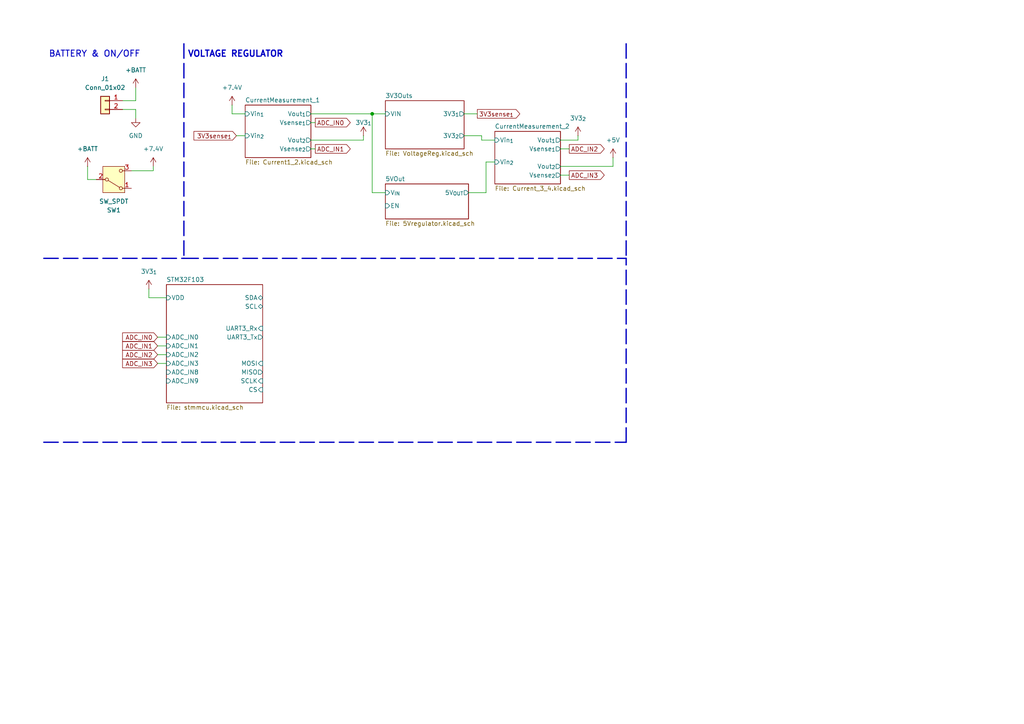
<source format=kicad_sch>
(kicad_sch (version 20250114) (generator "eeschema") (generator_version "9.0")
  (paper "A4")
  (lib_symbols
    (symbol "Connector_Generic:Conn_01x02" (pin_names (offset 1.016) (hide yes))
      (property "Reference" "J" (at 0 2.54 0))
      (property "Value" "Conn_01x02" (at 0 -5.08 0))
      (symbol "Conn_01x02_1_1"
        (rectangle (start -1.27 1.27) (end 1.27 -3.81) (stroke (width 0.254)) (fill (type background)))
        (rectangle (start -1.27 0.127) (end 0 -0.127) (stroke (width 0.1524)))
        (rectangle (start -1.27 -2.413) (end 0 -2.667) (stroke (width 0.1524)))
        (pin passive line (at -5.08 0 0) (length 3.81) (name "Pin_1") (number "1"))
        (pin passive line (at -5.08 -2.54 0) (length 3.81) (name "Pin_2") (number "2"))
      )
    )
    (symbol "Switch:SW_SPDT" (pin_names (offset 0) (hide yes))
      (property "Reference" "SW" (at 0 5.08 0))
      (property "Value" "SW_SPDT" (at 0 -5.08 0))
      (symbol "SW_SPDT_0_1"
        (circle (center -2.032 0) (radius 0.4572))
        (polyline (pts (xy -1.651 0.254) (xy 1.651 2.286)))
        (circle (center 2.032 2.54) (radius 0.4572))
        (circle (center 2.032 -2.54) (radius 0.4572))
      )
      (symbol "SW_SPDT_1_1"
        (rectangle (start -3.175 3.81) (end 3.175 -3.81) (fill (type background)))
        (pin passive line (at -5.08 0 0) (length 2.54) (name "B") (number "2"))
        (pin passive line (at 5.08 2.54 180) (length 2.54) (name "A") (number "1"))
        (pin passive line (at 5.08 -2.54 180) (length 2.54) (name "C") (number "3"))
      )
    )
    (symbol "power:+5V" (power) (pin_numbers (hide yes)) (pin_names (offset 0) (hide yes))
      (property "Value" "+5V" (at 0 3.556 0))
      (symbol "+5V_0_1"
        (polyline (pts (xy -0.762 1.27) (xy 0 2.54)))
        (polyline (pts (xy 0 2.54) (xy 0.762 1.27)))
        (polyline (pts (xy 0 0) (xy 0 2.54)))
      )
      (symbol "+5V_1_1"
        (pin power_in line (at 0 0 90) (length 0) (name "~") (number "1"))
      )
    )
    (symbol "power:+7.5V" (power) (pin_numbers (hide yes)) (pin_names (offset 0) (hide yes))
      (property "Value" "+7.5V" (at 0 3.556 0))
      (symbol "+7.5V_0_1"
        (polyline (pts (xy -0.762 1.27) (xy 0 2.54)))
        (polyline (pts (xy 0 2.54) (xy 0.762 1.27)))
        (polyline (pts (xy 0 0) (xy 0 2.54)))
      )
      (symbol "+7.5V_1_1"
        (pin power_in line (at 0 0 90) (length 0) (name "~") (number "1"))
      )
    )
    (symbol "power:+BATT" (power) (pin_numbers (hide yes)) (pin_names (offset 0) (hide yes))
      (property "Value" "+BATT" (at 0 3.556 0))
      (symbol "+BATT_0_1"
        (polyline (pts (xy -0.762 1.27) (xy 0 2.54)))
        (polyline (pts (xy 0 2.54) (xy 0.762 1.27)))
        (polyline (pts (xy 0 0) (xy 0 2.54)))
      )
      (symbol "+BATT_1_1"
        (pin power_in line (at 0 0 90) (length 0) (name "~") (number "1"))
      )
    )
    (symbol "power:GND" (power) (pin_numbers (hide yes)) (pin_names (offset 0) (hide yes))
      (property "Value" "GND" (at 0 -3.81 0))
      (symbol "GND_0_1"
        (polyline (pts (xy 0 0) (xy 0 -1.27) (xy 1.27 -1.27) (xy 0 -2.54) (xy -1.27 -1.27) (xy 0 -1.27)))
      )
      (symbol "GND_1_1"
        (pin power_in line (at 0 0 270) (length 0) (name "~") (number "1"))
      )
    )
  )
  (text "VOLTAGE REGULATOR\n" (at 68.326 15.748 0) (effects (font (size 1.778 1.778) (thickness 0.3556) (bold yes))))
  (text "BATTERY & ON/OFF" (at 27.432 15.748 0) (effects (font (size 1.778 1.778) (thickness 0.254) (bold yes))))
  (junction (at 107.95 33.02))
  (wire (pts (xy 43.18 86.36) (xy 48.26 86.36)))
  (wire (pts (xy 135.89 55.88) (xy 140.97 55.88)))
  (wire (pts (xy 143.51 40.64) (xy 139.7 40.64)))
  (wire (pts (xy 39.37 25.4) (xy 39.37 29.21)))
  (wire (pts (xy 138.43 33.02) (xy 134.62 33.02)))
  (wire (pts (xy 39.37 31.75) (xy 35.56 31.75)))
  (wire (pts (xy 162.56 50.8) (xy 165.1 50.8)))
  (wire (pts (xy 107.95 33.02) (xy 107.95 55.88)))
  (wire (pts (xy 67.31 30.48) (xy 67.31 33.02)))
  (wire (pts (xy 139.7 40.64) (xy 139.7 39.37)))
  (polyline (pts (xy 53.34 74.93) (xy 181.61 74.93)) (stroke (width 0.381) (type dash)))
  (wire (pts (xy 105.41 39.37) (xy 105.41 40.64)))
  (wire (pts (xy 90.17 33.02) (xy 107.95 33.02)))
  (wire (pts (xy 39.37 29.21) (xy 35.56 29.21)))
  (wire (pts (xy 38.1 49.53) (xy 44.45 49.53)))
  (wire (pts (xy 44.45 48.26) (xy 44.45 49.53)))
  (wire (pts (xy 91.44 43.18) (xy 90.17 43.18)))
  (wire (pts (xy 177.8 48.26) (xy 177.8 45.72)))
  (polyline (pts (xy 12.7 74.93) (xy 53.34 74.93)) (stroke (width 0.381) (type dash)))
  (wire (pts (xy 45.72 100.33) (xy 48.26 100.33)))
  (wire (pts (xy 139.7 39.37) (xy 134.62 39.37)))
  (wire (pts (xy 107.95 33.02) (xy 111.76 33.02)))
  (wire (pts (xy 162.56 40.64) (xy 167.64 40.64)))
  (wire (pts (xy 25.4 52.07) (xy 27.94 52.07)))
  (wire (pts (xy 140.97 55.88) (xy 140.97 46.99)))
  (wire (pts (xy 45.72 97.79) (xy 48.26 97.79)))
  (wire (pts (xy 105.41 40.64) (xy 90.17 40.64)))
  (wire (pts (xy 107.95 55.88) (xy 111.76 55.88)))
  (wire (pts (xy 167.64 40.64) (xy 167.64 39.37)))
  (wire (pts (xy 45.72 102.87) (xy 48.26 102.87)))
  (wire (pts (xy 140.97 46.99) (xy 143.51 46.99)))
  (wire (pts (xy 68.58 39.37) (xy 71.12 39.37)))
  (wire (pts (xy 91.44 35.56) (xy 90.17 35.56)))
  (wire (pts (xy 45.72 105.41) (xy 48.26 105.41)))
  (wire (pts (xy 43.18 83.82) (xy 43.18 86.36)))
  (polyline (pts (xy 181.61 12.7) (xy 181.61 74.93)) (stroke (width 0.381) (type dash)))
  (wire (pts (xy 165.1 43.18) (xy 162.56 43.18)))
  (polyline (pts (xy 12.7 128.27) (xy 181.61 128.27)) (stroke (width 0.381) (type dash)))
  (wire (pts (xy 162.56 48.26) (xy 177.8 48.26)))
  (polyline (pts (xy 53.34 12.7) (xy 53.34 74.93)) (stroke (width 0.381) (type dash)))
  (wire (pts (xy 67.31 33.02) (xy 71.12 33.02)))
  (polyline (pts (xy 181.61 128.27) (xy 181.61 74.93)) (stroke (width 0.381) (type dash)))
  (wire (pts (xy 25.4 48.26) (xy 25.4 52.07)))
  (wire (pts (xy 39.37 31.75) (xy 39.37 34.29)))
  (global_label "ADC_IN3" (shape input) (at 45.72 105.41 180) (property "Intersheetrefs" "${INTERSHEET_REFS}" (effects (hide yes))))
  (global_label "ADC_IN2" (shape input) (at 45.72 102.87 180) (property "Intersheetrefs" "${INTERSHEET_REFS}" (effects (hide yes))))
  (global_label "3V3sense_{1}" (shape output) (at 138.43 33.02 0) (property "Intersheetrefs" "${INTERSHEET_REFS}" (effects (hide yes))))
  (global_label "ADC_IN1" (shape input) (at 45.72 100.33 180) (property "Intersheetrefs" "${INTERSHEET_REFS}" (effects (hide yes))))
  (global_label "ADC_IN0" (shape output) (at 91.44 35.56 0) (property "Intersheetrefs" "${INTERSHEET_REFS}" (effects (hide yes))))
  (global_label "ADC_IN1" (shape output) (at 91.44 43.18 0) (property "Intersheetrefs" "${INTERSHEET_REFS}" (effects (hide yes))))
  (global_label "ADC_IN0" (shape input) (at 45.72 97.79 180) (property "Intersheetrefs" "${INTERSHEET_REFS}" (effects (hide yes))))
  (global_label "ADC_IN2" (shape output) (at 165.1 43.18 0) (property "Intersheetrefs" "${INTERSHEET_REFS}" (effects (hide yes))))
  (global_label "ADC_IN3" (shape output) (at 165.1 50.8 0) (property "Intersheetrefs" "${INTERSHEET_REFS}" (effects (hide yes))))
  (global_label "3V3sense_{1}" (shape input) (at 68.58 39.37 180) (property "Intersheetrefs" "${INTERSHEET_REFS}" (effects (hide yes))))
  (symbol (lib_id "power:+7.5V") (at 43.18 83.82 0) (unit 1)
    (property "Reference" "#PWR044" (effects (hide yes)))
    (property "Value" "3V3_{1}" (at 43.18 78.74 0))
    (property "Description" "Power symbol creates a global label with name \"+7.5V\"" (effects (hide yes)))
  )
  (symbol (lib_id "power:+7.5V") (at 67.31 30.48 0) (unit 1)
    (property "Reference" "#PWR022" (effects (hide yes)))
    (property "Value" "+7.4V" (at 67.31 25.4 0))
    (property "Description" "Power symbol creates a global label with name \"+7.5V\"" (effects (hide yes)))
  )
  (symbol (lib_id "power:+5V") (at 177.8 45.72 0) (unit 1)
    (property "Reference" "#PWR024" (effects (hide yes)))
    (property "Value" "+5V" (at 177.8 40.64 0))
    (property "Description" "Power symbol creates a global label with name \"+5V\"" (effects (hide yes)))
  )
  (symbol (lib_id "Connector_Generic:Conn_01x02") (at 30.48 29.21 0) (mirror y) (unit 1)
    (property "Reference" "J1" (at 30.48 22.86 0))
    (property "Value" "Conn_01x02" (at 30.48 25.4 0))
    (property "Footprint" "Connector_AMASS:AMASS_XT60-M_1x02_P7.20mm_Vertical" (effects (hide yes)))
    (property "Description" "Generic connector, single row, 01x02, script generated (kicad-library-utils/schlib/autogen/connector/)" (effects (hide yes)))
  )
  (symbol (lib_id "Switch:SW_SPDT") (at 33.02 52.07 0) (mirror x) (unit 1)
    (property "Reference" "SW1" (at 33.02 60.96 0))
    (property "Value" "SW_SPDT" (at 33.02 58.42 0))
    (property "Description" "Switch, single pole double throw" (effects (hide yes)))
  )
  (symbol (lib_id "power:+7.5V") (at 105.41 39.37 0) (unit 1)
    (property "Reference" "#PWR045" (effects (hide yes)))
    (property "Value" "3V3_{1}" (at 105.41 35.56 0))
    (property "Description" "Power symbol creates a global label with name \"+7.5V\"" (effects (hide yes)))
  )
  (symbol (lib_id "power:+BATT") (at 39.37 25.4 0) (unit 1)
    (property "Reference" "#PWR02" (effects (hide yes)))
    (property "Value" "+BATT" (at 39.37 20.32 0))
    (property "Description" "Power symbol creates a global label with name \"+BATT\"" (effects (hide yes)))
  )
  (symbol (lib_id "power:GND") (at 39.37 34.29 0) (unit 1)
    (property "Reference" "#PWR01" (effects (hide yes)))
    (property "Value" "GND" (at 39.37 39.37 0))
    (property "Description" "Power symbol creates a global label with name \"GND\" , ground" (effects (hide yes)))
  )
  (symbol (lib_id "power:+7.5V") (at 167.64 39.37 0) (unit 1)
    (property "Reference" "#PWR023" (effects (hide yes)))
    (property "Value" "3V3_{2}" (at 167.64 34.29 0))
    (property "Description" "Power symbol creates a global label with name \"+7.5V\"" (effects (hide yes)))
  )
  (symbol (lib_id "power:+7.5V") (at 44.45 48.26 0) (unit 1)
    (property "Reference" "#PWR04" (effects (hide yes)))
    (property "Value" "+7.4V" (at 44.45 43.18 0))
    (property "Description" "Power symbol creates a global label with name \"+7.5V\"" (effects (hide yes)))
  )
  (symbol (lib_id "power:+BATT") (at 25.4 48.26 0) (unit 1)
    (property "Reference" "#PWR03" (effects (hide yes)))
    (property "Value" "+BATT" (at 25.4 43.18 0))
    (property "Description" "Power symbol creates a global label with name \"+BATT\"" (effects (hide yes)))
  )
  (sheet (at 111.76 29.21) (size 22.86 13.97) (stroke (width 0.1524))
    (property "Sheetname" "3V3Outs" (at 111.76 28.4984 0) (effects (justify left bottom)))
    (property "Sheetfile" "VoltageReg.kicad_sch" (at 111.76 43.7646 0) (effects (justify left top)))
    (pin "3V3_{1}" output (at 134.62 33.02 0))
    (pin "3V3_{2}" output (at 134.62 39.37 0))
    (pin "VIN" input (at 111.76 33.02 180))
  )
  (sheet (at 71.12 30.48) (size 19.05 15.24) (stroke (width 0.1524))
    (property "Sheetname" "CurrentMeasurement_1" (at 71.12 29.7684 0) (effects (justify left bottom)))
    (property "Sheetfile" "Current1_2.kicad_sch" (at 71.12 46.3046 0) (effects (justify left top)))
    (pin "Vin_{1}" input (at 71.12 33.02 180))
    (pin "Vin_{2}" input (at 71.12 39.37 180))
    (pin "Vout_{1}" output (at 90.17 33.02 0))
    (pin "Vout_{2}" output (at 90.17 40.64 0))
    (pin "Vsense_{1}" output (at 90.17 35.56 0))
    (pin "Vsense_{2}" output (at 90.17 43.18 0))
  )
  (sheet (at 143.51 38.1) (size 19.05 15.24) (stroke (width 0.1524))
    (property "Sheetname" "CurrentMeasurement_2" (at 143.51 37.3884 0) (effects (justify left bottom)))
    (property "Sheetfile" "Current_3_4.kicad_sch" (at 143.51 53.9246 0) (effects (justify left top)))
    (pin "Vin_{1}" input (at 143.51 40.64 180))
    (pin "Vin_{2}" input (at 143.51 46.99 180))
    (pin "Vout_{1}" output (at 162.56 40.64 0))
    (pin "Vout_{2}" output (at 162.56 48.26 0))
    (pin "Vsense_{1}" output (at 162.56 43.18 0))
    (pin "Vsense_{2}" output (at 162.56 50.8 0))
  )
  (sheet (at 111.76 53.34) (size 24.13 10.16) (stroke (width 0.1524))
    (property "Sheetname" "5VOut" (at 111.76 52.6284 0) (effects (justify left bottom)))
    (property "Sheetfile" "5Vregulator.kicad_sch" (at 111.76 64.0846 0) (effects (justify left top)))
    (pin "5V_{OUT}" output (at 135.89 55.88 0))
    (pin "EN" input (at 111.76 59.69 180))
    (pin "V_{IN}" input (at 111.76 55.88 180))
  )
  (sheet (at 48.26 82.55) (size 27.94 34.29) (stroke (width 0.1524))
    (property "Sheetname" "STM32F103" (at 48.26 81.8384 0) (effects (justify left bottom)))
    (property "Sheetfile" "stmmcu.kicad_sch" (at 48.26 117.4246 0) (effects (justify left top)))
    (pin "ADC_IN0" input (at 48.26 97.79 180))
    (pin "ADC_IN1" input (at 48.26 100.33 180))
    (pin "ADC_IN2" input (at 48.26 102.87 180))
    (pin "ADC_IN3" input (at 48.26 105.41 180))
    (pin "ADC_IN8" input (at 48.26 107.95 180))
    (pin "ADC_IN9" input (at 48.26 110.49 180))
    (pin "CS" input (at 76.2 113.03 0))
    (pin "MISO" output (at 76.2 107.95 0))
    (pin "MOSI" input (at 76.2 105.41 0))
    (pin "SCL" bidirectional (at 76.2 88.9 0))
    (pin "SCLK" input (at 76.2 110.49 0))
    (pin "SDA" bidirectional (at 76.2 86.36 0))
    (pin "UART3_Rx" input (at 76.2 95.25 0))
    (pin "UART3_Tx" output (at 76.2 97.79 0))
    (pin "VDD" input (at 48.26 86.36 180))
  )
)
</source>
